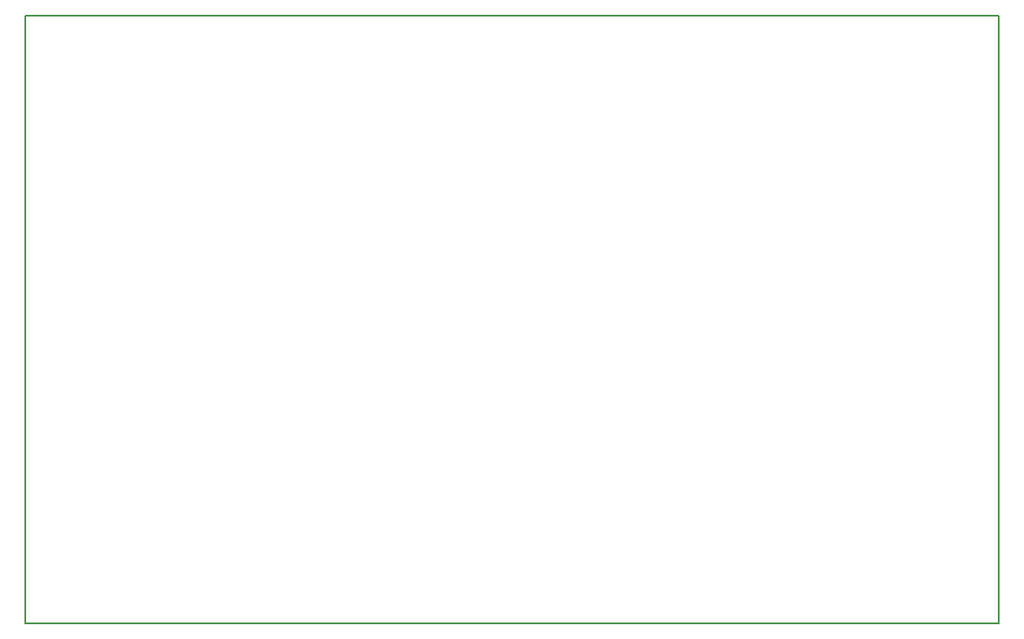
<source format=gm1>
G04 #@! TF.GenerationSoftware,KiCad,Pcbnew,(5.0.0)*
G04 #@! TF.CreationDate,2021-05-18T20:46:35-04:00*
G04 #@! TF.ProjectId,CustomSID_PCB,437573746F6D5349445F5043422E6B69,rev?*
G04 #@! TF.SameCoordinates,Original*
G04 #@! TF.FileFunction,Profile,NP*
%FSLAX46Y46*%
G04 Gerber Fmt 4.6, Leading zero omitted, Abs format (unit mm)*
G04 Created by KiCad (PCBNEW (5.0.0)) date 05/18/21 20:46:35*
%MOMM*%
%LPD*%
G01*
G04 APERTURE LIST*
%ADD10C,0.150000*%
G04 APERTURE END LIST*
D10*
X101600000Y-125095000D02*
X101600000Y-66040000D01*
X196215000Y-125095000D02*
X101600000Y-125095000D01*
X196215000Y-66040000D02*
X196215000Y-125095000D01*
X196215000Y-66040000D02*
X101600000Y-66040000D01*
M02*

</source>
